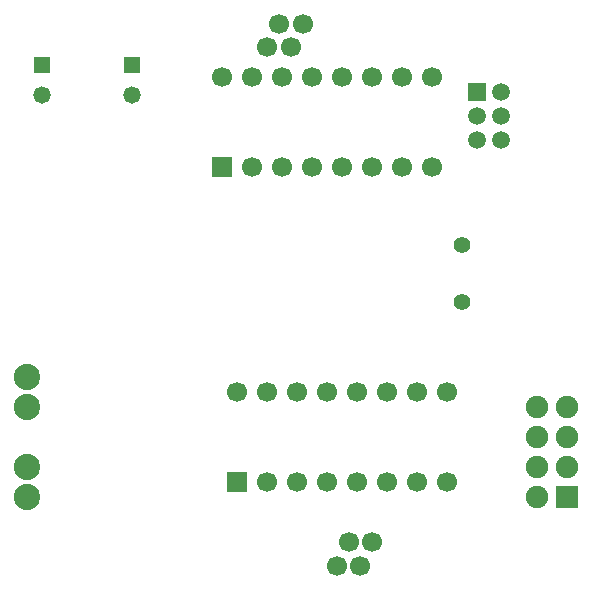
<source format=gbs>
G04 DipTrace Beta 2.3.9.1*
%INBottomMask.gbr*%
%MOIN*%
%ADD25R,0.0591X0.0591*%
%ADD26C,0.0591*%
%ADD36R,0.0669X0.0669*%
%ADD37C,0.0669*%
%ADD49C,0.0559*%
%ADD51C,0.0748*%
%ADD52R,0.0748X0.0748*%
%ADD57C,0.0879*%
%ADD65C,0.0669*%
%ADD73R,0.0579X0.0579*%
%ADD75C,0.0579*%
%FSLAX44Y44*%
G04*
G70*
G90*
G75*
G01*
%LNBotMask*%
%LPD*%
D75*
X6437Y21335D3*
D73*
Y22335D3*
D75*
X9437Y21335D3*
D73*
Y22335D3*
D36*
X12937Y8437D3*
D37*
X13937D3*
X14937D3*
X15937D3*
X16937D3*
X17937D3*
X18937D3*
X19937D3*
Y11437D3*
X18937D3*
X17937D3*
X16937D3*
X15937D3*
X14937D3*
X13937D3*
X12937D3*
D36*
X12437Y18937D3*
D37*
X13437D3*
X14437D3*
X15437D3*
X16437D3*
X17437D3*
X18437D3*
X19437D3*
Y21937D3*
X18437D3*
X17437D3*
X16437D3*
X15437D3*
X14437D3*
X13437D3*
X12437D3*
D65*
X17437Y6437D3*
X17043Y5650D3*
X16650Y6437D3*
X16256Y5650D3*
X13937Y22937D3*
X14331Y23724D3*
X14724Y22937D3*
X15118Y23724D3*
D57*
X5937Y7937D3*
Y8937D3*
Y11937D3*
Y10937D3*
D25*
X20937Y21437D3*
D26*
Y20650D3*
Y19862D3*
X21724Y21437D3*
Y20650D3*
Y19862D3*
D52*
X23937Y7937D3*
D51*
X22937D3*
X23937Y8937D3*
X22937D3*
X23937Y9937D3*
X22937D3*
X23937Y10937D3*
X22937D3*
D49*
X20437Y14437D3*
Y16337D3*
M02*

</source>
